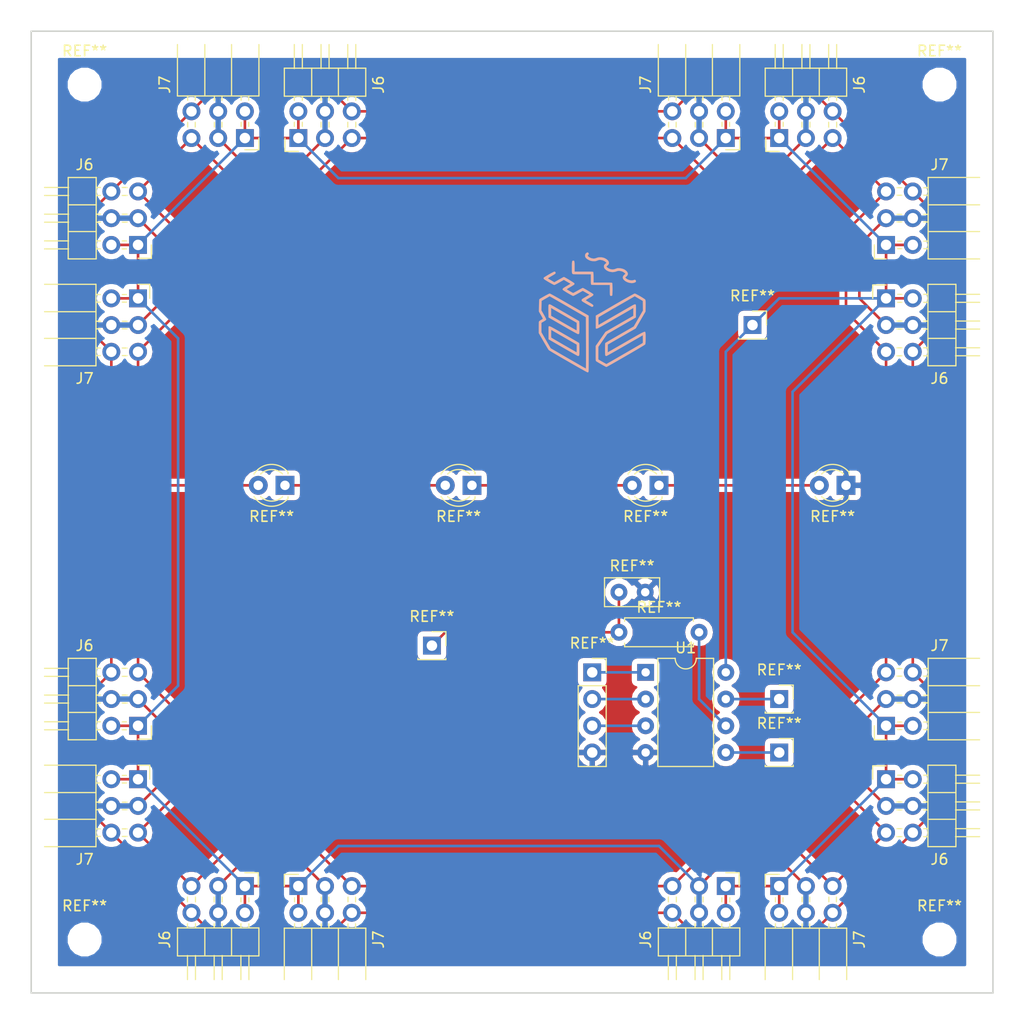
<source format=kicad_pcb>
(kicad_pcb (version 20171130) (host pcbnew "(5.0.2)-1")
  (layers (0 F.Cu signal) (31 B.Cu signal) (34 B.Paste user) (35 F.Paste user) (36 B.SilkS user) (37 F.SilkS user) (38 B.Mask user) (39 F.Mask user) (44 Edge.Cuts user))
  (net 0 "")
  (net 1 "Net-(U1-Pad1)")
  (net 2 "Net-(U1-Pad5)")
  (net 3 "Net-(U1-Pad2)")
  (net 4 "Net-(U1-Pad6)")
  (net 5 "Net-(U1-Pad3)")
  (net 6 "Net-(U1-Pad7)")
  (net 7 GND)
  (net 8 "Net-(U1-Pad8)")
  (module sb-lib:PinHeader_2x03_P2.54mm_Horizontal-overedge (layer F.Cu) (at 157.48 76.2)
    (fp_text reference J6 (at 5.08 7.62) (layer F.SilkS))
    (fp_text value Conn_02x03_Odd_Even)
    (pad 6 thru_hole oval (at 2.54 5.08) (size 1.7 1.7) (drill 1) (layers *.Cu *.Mask))
    (pad 5 thru_hole oval (at 0 5.08) (size 1.7 1.7) (drill 1) (layers *.Cu *.Mask))
    (pad 4 thru_hole oval (at 2.54 2.54) (size 1.7 1.7) (drill 1) (layers *.Cu *.Mask) (net 7 GND))
    (pad 3 thru_hole oval (at 0 2.54) (size 1.7 1.7) (drill 1) (layers *.Cu *.Mask) (net 7 GND))
    (pad 2 thru_hole oval (at 2.54 0) (size 1.7 1.7) (drill 1) (layers *.Cu *.Mask))
    (pad 1 thru_hole rect (at 0 0) (size 1.7 1.7) (drill 1) (layers *.Cu *.Mask))
  )
  (module sb-lib:PinSocket_2x03_P2.54mm_Horizontal-overedge (layer F.Cu) (at 157.48 71.12 180)
    (fp_text reference J7 (at -5.08 7.62 180) (layer F.SilkS))
    (fp_text value Conn_02x03_Odd_Even)
    (pad 1 thru_hole rect (at 0 0 180) (size 1.7 1.7) (drill 1) (layers *.Cu *.Mask))
    (pad 2 thru_hole oval (at -2.54 0 180) (size 1.7 1.7) (drill 1) (layers *.Cu *.Mask))
    (pad 3 thru_hole oval (at 0 2.54 180) (size 1.7 1.7) (drill 1) (layers *.Cu *.Mask) (net 7 GND))
    (pad 4 thru_hole oval (at -2.54 2.54 180) (size 1.7 1.7) (drill 1) (layers *.Cu *.Mask) (net 7 GND))
    (pad 5 thru_hole oval (at 0 5.08 180) (size 1.7 1.7) (drill 1) (layers *.Cu *.Mask))
    (pad 6 thru_hole oval (at -2.54 5.08 180) (size 1.7 1.7) (drill 1) (layers *.Cu *.Mask))
  )
  (module sb-lib:PinSocket_2x03_P2.54mm_Horizontal-overedge (layer F.Cu) (at 142.24 60.96 270)
    (fp_text reference J7 (at -5.08 7.62 270) (layer F.SilkS))
    (fp_text value Conn_02x03_Odd_Even)
    (pad 1 thru_hole rect (at 0 0 270) (size 1.7 1.7) (drill 1) (layers *.Cu *.Mask))
    (pad 2 thru_hole oval (at -2.54 0 270) (size 1.7 1.7) (drill 1) (layers *.Cu *.Mask))
    (pad 3 thru_hole oval (at 0 2.54 270) (size 1.7 1.7) (drill 1) (layers *.Cu *.Mask) (net 7 GND))
    (pad 4 thru_hole oval (at -2.54 2.54 270) (size 1.7 1.7) (drill 1) (layers *.Cu *.Mask) (net 7 GND))
    (pad 5 thru_hole oval (at 0 5.08 270) (size 1.7 1.7) (drill 1) (layers *.Cu *.Mask))
    (pad 6 thru_hole oval (at -2.54 5.08 270) (size 1.7 1.7) (drill 1) (layers *.Cu *.Mask))
  )
  (module sb-lib:PinHeader_2x03_P2.54mm_Horizontal-overedge (layer F.Cu) (at 147.32 60.96 90)
    (fp_text reference J6 (at 5.08 7.62 90) (layer F.SilkS))
    (fp_text value Conn_02x03_Odd_Even)
    (pad 6 thru_hole oval (at 2.54 5.08 90) (size 1.7 1.7) (drill 1) (layers *.Cu *.Mask))
    (pad 5 thru_hole oval (at 0 5.08 90) (size 1.7 1.7) (drill 1) (layers *.Cu *.Mask))
    (pad 4 thru_hole oval (at 2.54 2.54 90) (size 1.7 1.7) (drill 1) (layers *.Cu *.Mask) (net 7 GND))
    (pad 3 thru_hole oval (at 0 2.54 90) (size 1.7 1.7) (drill 1) (layers *.Cu *.Mask) (net 7 GND))
    (pad 2 thru_hole oval (at 2.54 0 90) (size 1.7 1.7) (drill 1) (layers *.Cu *.Mask))
    (pad 1 thru_hole rect (at 0 0 90) (size 1.7 1.7) (drill 1) (layers *.Cu *.Mask))
  )
  (module sb-lib:PinHeader_2x03_P2.54mm_Horizontal-overedge (layer F.Cu) (at 86.36 71.12 180)
    (fp_text reference J6 (at 5.08 7.62 180) (layer F.SilkS))
    (fp_text value Conn_02x03_Odd_Even)
    (pad 6 thru_hole oval (at 2.54 5.08 180) (size 1.7 1.7) (drill 1) (layers *.Cu *.Mask))
    (pad 5 thru_hole oval (at 0 5.08 180) (size 1.7 1.7) (drill 1) (layers *.Cu *.Mask))
    (pad 4 thru_hole oval (at 2.54 2.54 180) (size 1.7 1.7) (drill 1) (layers *.Cu *.Mask) (net 7 GND))
    (pad 3 thru_hole oval (at 0 2.54 180) (size 1.7 1.7) (drill 1) (layers *.Cu *.Mask) (net 7 GND))
    (pad 2 thru_hole oval (at 2.54 0 180) (size 1.7 1.7) (drill 1) (layers *.Cu *.Mask))
    (pad 1 thru_hole rect (at 0 0 180) (size 1.7 1.7) (drill 1) (layers *.Cu *.Mask))
  )
  (module sb-lib:PinSocket_2x03_P2.54mm_Horizontal-overedge (layer F.Cu) (at 86.36 76.2)
    (fp_text reference J7 (at -5.08 7.62) (layer F.SilkS))
    (fp_text value Conn_02x03_Odd_Even)
    (pad 1 thru_hole rect (at 0 0) (size 1.7 1.7) (drill 1) (layers *.Cu *.Mask))
    (pad 2 thru_hole oval (at -2.54 0) (size 1.7 1.7) (drill 1) (layers *.Cu *.Mask))
    (pad 3 thru_hole oval (at 0 2.54) (size 1.7 1.7) (drill 1) (layers *.Cu *.Mask) (net 7 GND))
    (pad 4 thru_hole oval (at -2.54 2.54) (size 1.7 1.7) (drill 1) (layers *.Cu *.Mask) (net 7 GND))
    (pad 5 thru_hole oval (at 0 5.08) (size 1.7 1.7) (drill 1) (layers *.Cu *.Mask))
    (pad 6 thru_hole oval (at -2.54 5.08) (size 1.7 1.7) (drill 1) (layers *.Cu *.Mask))
  )
  (module sb-lib:PinSocket_2x03_P2.54mm_Horizontal-overedge (layer F.Cu) (at 96.52 60.96 270)
    (fp_text reference J7 (at -5.08 7.62 270) (layer F.SilkS))
    (fp_text value Conn_02x03_Odd_Even)
    (pad 1 thru_hole rect (at 0 0 270) (size 1.7 1.7) (drill 1) (layers *.Cu *.Mask))
    (pad 2 thru_hole oval (at -2.54 0 270) (size 1.7 1.7) (drill 1) (layers *.Cu *.Mask))
    (pad 3 thru_hole oval (at 0 2.54 270) (size 1.7 1.7) (drill 1) (layers *.Cu *.Mask) (net 7 GND))
    (pad 4 thru_hole oval (at -2.54 2.54 270) (size 1.7 1.7) (drill 1) (layers *.Cu *.Mask) (net 7 GND))
    (pad 5 thru_hole oval (at 0 5.08 270) (size 1.7 1.7) (drill 1) (layers *.Cu *.Mask))
    (pad 6 thru_hole oval (at -2.54 5.08 270) (size 1.7 1.7) (drill 1) (layers *.Cu *.Mask))
  )
  (module sb-lib:PinHeader_2x03_P2.54mm_Horizontal-overedge (layer F.Cu) (at 101.6 60.96 90)
    (fp_text reference J6 (at 5.08 7.62 90) (layer F.SilkS))
    (fp_text value Conn_02x03_Odd_Even)
    (pad 6 thru_hole oval (at 2.54 5.08 90) (size 1.7 1.7) (drill 1) (layers *.Cu *.Mask))
    (pad 5 thru_hole oval (at 0 5.08 90) (size 1.7 1.7) (drill 1) (layers *.Cu *.Mask))
    (pad 4 thru_hole oval (at 2.54 2.54 90) (size 1.7 1.7) (drill 1) (layers *.Cu *.Mask) (net 7 GND))
    (pad 3 thru_hole oval (at 0 2.54 90) (size 1.7 1.7) (drill 1) (layers *.Cu *.Mask) (net 7 GND))
    (pad 2 thru_hole oval (at 2.54 0 90) (size 1.7 1.7) (drill 1) (layers *.Cu *.Mask))
    (pad 1 thru_hole rect (at 0 0 90) (size 1.7 1.7) (drill 1) (layers *.Cu *.Mask))
  )
  (module sb-lib:PinHeader_2x03_P2.54mm_Horizontal-overedge (layer F.Cu) (at 157.48 121.92)
    (fp_text reference J6 (at 5.08 7.62) (layer F.SilkS))
    (fp_text value Conn_02x03_Odd_Even)
    (pad 6 thru_hole oval (at 2.54 5.08) (size 1.7 1.7) (drill 1) (layers *.Cu *.Mask))
    (pad 5 thru_hole oval (at 0 5.08) (size 1.7 1.7) (drill 1) (layers *.Cu *.Mask))
    (pad 4 thru_hole oval (at 2.54 2.54) (size 1.7 1.7) (drill 1) (layers *.Cu *.Mask) (net 7 GND))
    (pad 3 thru_hole oval (at 0 2.54) (size 1.7 1.7) (drill 1) (layers *.Cu *.Mask) (net 7 GND))
    (pad 2 thru_hole oval (at 2.54 0) (size 1.7 1.7) (drill 1) (layers *.Cu *.Mask))
    (pad 1 thru_hole rect (at 0 0) (size 1.7 1.7) (drill 1) (layers *.Cu *.Mask))
  )
  (module sb-lib:PinSocket_2x03_P2.54mm_Horizontal-overedge (layer F.Cu) (at 157.48 116.84 180)
    (fp_text reference J7 (at -5.08 7.62 180) (layer F.SilkS))
    (fp_text value Conn_02x03_Odd_Even)
    (pad 1 thru_hole rect (at 0 0 180) (size 1.7 1.7) (drill 1) (layers *.Cu *.Mask))
    (pad 2 thru_hole oval (at -2.54 0 180) (size 1.7 1.7) (drill 1) (layers *.Cu *.Mask))
    (pad 3 thru_hole oval (at 0 2.54 180) (size 1.7 1.7) (drill 1) (layers *.Cu *.Mask) (net 7 GND))
    (pad 4 thru_hole oval (at -2.54 2.54 180) (size 1.7 1.7) (drill 1) (layers *.Cu *.Mask) (net 7 GND))
    (pad 5 thru_hole oval (at 0 5.08 180) (size 1.7 1.7) (drill 1) (layers *.Cu *.Mask))
    (pad 6 thru_hole oval (at -2.54 5.08 180) (size 1.7 1.7) (drill 1) (layers *.Cu *.Mask))
  )
  (module sb-lib:PinHeader_2x03_P2.54mm_Horizontal-overedge (layer F.Cu) (at 86.36 116.84 180)
    (fp_text reference J6 (at 5.08 7.62 180) (layer F.SilkS))
    (fp_text value Conn_02x03_Odd_Even)
    (pad 6 thru_hole oval (at 2.54 5.08 180) (size 1.7 1.7) (drill 1) (layers *.Cu *.Mask))
    (pad 5 thru_hole oval (at 0 5.08 180) (size 1.7 1.7) (drill 1) (layers *.Cu *.Mask))
    (pad 4 thru_hole oval (at 2.54 2.54 180) (size 1.7 1.7) (drill 1) (layers *.Cu *.Mask) (net 7 GND))
    (pad 3 thru_hole oval (at 0 2.54 180) (size 1.7 1.7) (drill 1) (layers *.Cu *.Mask) (net 7 GND))
    (pad 2 thru_hole oval (at 2.54 0 180) (size 1.7 1.7) (drill 1) (layers *.Cu *.Mask))
    (pad 1 thru_hole rect (at 0 0 180) (size 1.7 1.7) (drill 1) (layers *.Cu *.Mask))
  )
  (module sb-lib:PinSocket_2x03_P2.54mm_Horizontal-overedge (layer F.Cu) (at 86.36 121.92)
    (fp_text reference J7 (at -5.08 7.62) (layer F.SilkS))
    (fp_text value Conn_02x03_Odd_Even)
    (pad 1 thru_hole rect (at 0 0) (size 1.7 1.7) (drill 1) (layers *.Cu *.Mask))
    (pad 2 thru_hole oval (at -2.54 0) (size 1.7 1.7) (drill 1) (layers *.Cu *.Mask))
    (pad 3 thru_hole oval (at 0 2.54) (size 1.7 1.7) (drill 1) (layers *.Cu *.Mask) (net 7 GND))
    (pad 4 thru_hole oval (at -2.54 2.54) (size 1.7 1.7) (drill 1) (layers *.Cu *.Mask) (net 7 GND))
    (pad 5 thru_hole oval (at 0 5.08) (size 1.7 1.7) (drill 1) (layers *.Cu *.Mask))
    (pad 6 thru_hole oval (at -2.54 5.08) (size 1.7 1.7) (drill 1) (layers *.Cu *.Mask))
  )
  (module sb-lib:PinSocket_2x03_P2.54mm_Horizontal-overedge (layer F.Cu) (at 101.6 132.08 90)
    (fp_text reference J7 (at -5.08 7.62 90) (layer F.SilkS))
    (fp_text value Conn_02x03_Odd_Even)
    (pad 1 thru_hole rect (at 0 0 90) (size 1.7 1.7) (drill 1) (layers *.Cu *.Mask))
    (pad 2 thru_hole oval (at -2.54 0 90) (size 1.7 1.7) (drill 1) (layers *.Cu *.Mask))
    (pad 3 thru_hole oval (at 0 2.54 90) (size 1.7 1.7) (drill 1) (layers *.Cu *.Mask) (net 7 GND))
    (pad 4 thru_hole oval (at -2.54 2.54 90) (size 1.7 1.7) (drill 1) (layers *.Cu *.Mask) (net 7 GND))
    (pad 5 thru_hole oval (at 0 5.08 90) (size 1.7 1.7) (drill 1) (layers *.Cu *.Mask))
    (pad 6 thru_hole oval (at -2.54 5.08 90) (size 1.7 1.7) (drill 1) (layers *.Cu *.Mask))
  )
  (module sb-lib:PinHeader_2x03_P2.54mm_Horizontal-overedge (layer F.Cu) (at 96.52 132.08 270)
    (fp_text reference J6 (at 5.08 7.62 270) (layer F.SilkS))
    (fp_text value Conn_02x03_Odd_Even)
    (pad 6 thru_hole oval (at 2.54 5.08 270) (size 1.7 1.7) (drill 1) (layers *.Cu *.Mask))
    (pad 5 thru_hole oval (at 0 5.08 270) (size 1.7 1.7) (drill 1) (layers *.Cu *.Mask))
    (pad 4 thru_hole oval (at 2.54 2.54 270) (size 1.7 1.7) (drill 1) (layers *.Cu *.Mask) (net 7 GND))
    (pad 3 thru_hole oval (at 0 2.54 270) (size 1.7 1.7) (drill 1) (layers *.Cu *.Mask) (net 7 GND))
    (pad 2 thru_hole oval (at 2.54 0 270) (size 1.7 1.7) (drill 1) (layers *.Cu *.Mask))
    (pad 1 thru_hole rect (at 0 0 270) (size 1.7 1.7) (drill 1) (layers *.Cu *.Mask))
  )
  (module sb-lib:PinHeader_2x03_P2.54mm_Horizontal-overedge (layer F.Cu) (at 142.24 132.08 270)
    (fp_text reference J6 (at 5.08 7.62 270) (layer F.SilkS))
    (fp_text value Conn_02x03_Odd_Even)
    (pad 6 thru_hole oval (at 2.54 5.08 270) (size 1.7 1.7) (drill 1) (layers *.Cu *.Mask))
    (pad 5 thru_hole oval (at 0 5.08 270) (size 1.7 1.7) (drill 1) (layers *.Cu *.Mask))
    (pad 4 thru_hole oval (at 2.54 2.54 270) (size 1.7 1.7) (drill 1) (layers *.Cu *.Mask) (net 7 GND))
    (pad 3 thru_hole oval (at 0 2.54 270) (size 1.7 1.7) (drill 1) (layers *.Cu *.Mask) (net 7 GND))
    (pad 2 thru_hole oval (at 2.54 0 270) (size 1.7 1.7) (drill 1) (layers *.Cu *.Mask))
    (pad 1 thru_hole rect (at 0 0 270) (size 1.7 1.7) (drill 1) (layers *.Cu *.Mask))
  )
  (module sb-lib:PinSocket_2x03_P2.54mm_Horizontal-overedge (layer F.Cu) (at 147.32 132.08 90)
    (fp_text reference J7 (at -5.08 7.62 90) (layer F.SilkS))
    (fp_text value Conn_02x03_Odd_Even)
    (pad 1 thru_hole rect (at 0 0 90) (size 1.7 1.7) (drill 1) (layers *.Cu *.Mask))
    (pad 2 thru_hole oval (at -2.54 0 90) (size 1.7 1.7) (drill 1) (layers *.Cu *.Mask))
    (pad 3 thru_hole oval (at 0 2.54 90) (size 1.7 1.7) (drill 1) (layers *.Cu *.Mask) (net 7 GND))
    (pad 4 thru_hole oval (at -2.54 2.54 90) (size 1.7 1.7) (drill 1) (layers *.Cu *.Mask) (net 7 GND))
    (pad 5 thru_hole oval (at 0 5.08 90) (size 1.7 1.7) (drill 1) (layers *.Cu *.Mask))
    (pad 6 thru_hole oval (at -2.54 5.08 90) (size 1.7 1.7) (drill 1) (layers *.Cu *.Mask))
  )
  (module LED_THT:LED_D3.0mm (layer F.Cu) (at 153.67 93.98 180)
    (fp_text reference REF** (at 1.27 -2.96 180) (layer F.SilkS))
    (fp_text value LED_D3.0mm)
    (pad 2 thru_hole circle (at 2.54 0 180) (size 1.8 1.8) (drill 0.9) (layers *.Cu *.Mask))
    (pad 1 thru_hole rect (at 0 0 180) (size 1.8 1.8) (drill 0.9) (layers *.Cu *.Mask) (net 7 GND))
  )
  (module Connector_PinSocket_2.54mm:PinSocket_1x01_P2.54mm_Vertical (layer F.Cu) (at 144.78 78.74)
    (fp_text reference REF** (at 0 -2.77) (layer F.SilkS))
    (fp_text value PinSocket_1x01_P2.54mm_Vertical)
    (pad 1 thru_hole rect (at 0 0) (size 1.7 1.7) (drill 1) (layers *.Cu *.Mask))
  )
  (module Connector_PinSocket_2.54mm:PinSocket_1x04_P2.54mm_Vertical (layer F.Cu) (at 129.54 111.76)
    (fp_text reference REF** (at 0 -2.77) (layer F.SilkS))
    (fp_text value PinSocket_1x04_P2.54mm_Vertical)
    (pad 4 thru_hole oval (at 0 7.62) (size 1.7 1.7) (drill 1) (layers *.Cu *.Mask) (net 7 GND))
    (pad 3 thru_hole oval (at 0 5.08) (size 1.7 1.7) (drill 1) (layers *.Cu *.Mask))
    (pad 2 thru_hole oval (at 0 2.54) (size 1.7 1.7) (drill 1) (layers *.Cu *.Mask))
    (pad 1 thru_hole rect (at 0 0) (size 1.7 1.7) (drill 1) (layers *.Cu *.Mask))
  )
  (module Connector_PinSocket_2.54mm:PinSocket_1x01_P2.54mm_Vertical (layer F.Cu) (at 147.32 114.3)
    (fp_text reference REF** (at 0 -2.77) (layer F.SilkS))
    (fp_text value PinSocket_1x01_P2.54mm_Vertical)
    (pad 1 thru_hole rect (at 0 0) (size 1.7 1.7) (drill 1) (layers *.Cu *.Mask))
  )
  (module Connector_PinSocket_2.54mm:PinSocket_1x01_P2.54mm_Vertical (layer F.Cu) (at 147.32 119.38)
    (fp_text reference REF** (at 0 -2.77) (layer F.SilkS))
    (fp_text value PinSocket_1x01_P2.54mm_Vertical)
    (pad 1 thru_hole rect (at 0 0) (size 1.7 1.7) (drill 1) (layers *.Cu *.Mask))
  )
  (module Resistor_THT:R_Axial_DIN0207_L6.3mm_D2.5mm_P7.62mm_Horizontal (layer F.Cu) (at 132.08 107.95)
    (fp_text reference REF** (at 3.81 -2.37) (layer F.SilkS))
    (fp_text value R_Axial_DIN0207_L6.3mm_D2.5mm_P7.62mm_Horizontal)
    (pad 2 thru_hole oval (at 7.62 0) (size 1.6 1.6) (drill 0.8) (layers *.Cu *.Mask))
    (pad 1 thru_hole circle (at 0 0) (size 1.6 1.6) (drill 0.8) (layers *.Cu *.Mask))
  )
  (module Capacitor_THT:C_Disc_D5.0mm_W2.5mm_P2.50mm (layer F.Cu) (at 132.08 104.14)
    (fp_text reference REF** (at 1.25 -2.5) (layer F.SilkS))
    (fp_text value C_Disc_D5.0mm_W2.5mm_P2.50mm)
    (pad 2 thru_hole circle (at 2.5 0) (size 1.6 1.6) (drill 0.8) (layers *.Cu *.Mask) (net 7 GND))
    (pad 1 thru_hole circle (at 0 0) (size 1.6 1.6) (drill 0.8) (layers *.Cu *.Mask))
  )
  (module Connector_PinSocket_2.54mm:PinSocket_1x01_P2.54mm_Vertical (layer F.Cu) (at 114.3 109.22)
    (fp_text reference REF** (at 0 -2.77) (layer F.SilkS))
    (fp_text value PinSocket_1x01_P2.54mm_Vertical)
    (pad 1 thru_hole rect (at 0 0) (size 1.7 1.7) (drill 1) (layers *.Cu *.Mask))
  )
  (module LED_THT:LED_D3.0mm (layer F.Cu) (at 135.89 93.98 180)
    (fp_text reference REF** (at 1.27 -2.96 180) (layer F.SilkS))
    (fp_text value LED_D3.0mm)
    (pad 2 thru_hole circle (at 2.54 0 180) (size 1.8 1.8) (drill 0.9) (layers *.Cu *.Mask))
    (pad 1 thru_hole rect (at 0 0 180) (size 1.8 1.8) (drill 0.9) (layers *.Cu *.Mask))
  )
  (module LED_THT:LED_D3.0mm (layer F.Cu) (at 118.11 93.98 180)
    (fp_text reference REF** (at 1.27 -2.96 180) (layer F.SilkS))
    (fp_text value LED_D3.0mm)
    (pad 2 thru_hole circle (at 2.54 0 180) (size 1.8 1.8) (drill 0.9) (layers *.Cu *.Mask))
    (pad 1 thru_hole rect (at 0 0 180) (size 1.8 1.8) (drill 0.9) (layers *.Cu *.Mask))
  )
  (module LED_THT:LED_D3.0mm (layer F.Cu) (at 100.33 93.98 180)
    (fp_text reference REF** (at 1.27 -2.96 180) (layer F.SilkS))
    (fp_text value LED_D3.0mm)
    (pad 2 thru_hole circle (at 2.54 0 180) (size 1.8 1.8) (drill 0.9) (layers *.Cu *.Mask))
    (pad 1 thru_hole rect (at 0 0 180) (size 1.8 1.8) (drill 0.9) (layers *.Cu *.Mask))
  )
  (module Package_DIP:DIP-8_W7.62mm (layer F.Cu) (at 134.62 111.76)
    (fp_text reference U1 (at 3.81 -2.33) (layer F.SilkS))
    (fp_text value ATtiny85-20PU)
    (pad 1 thru_hole rect (at 0 0) (size 1.6 1.6) (drill 0.8) (layers *.Cu *.Mask) (net 1 "Net-(U1-Pad1)"))
    (pad 5 thru_hole oval (at 7.62 7.62) (size 1.6 1.6) (drill 0.8) (layers *.Cu *.Mask) (net 2 "Net-(U1-Pad5)"))
    (pad 2 thru_hole oval (at 0 2.54) (size 1.6 1.6) (drill 0.8) (layers *.Cu *.Mask) (net 3 "Net-(U1-Pad2)"))
    (pad 6 thru_hole oval (at 7.62 5.08) (size 1.6 1.6) (drill 0.8) (layers *.Cu *.Mask) (net 4 "Net-(U1-Pad6)"))
    (pad 3 thru_hole oval (at 0 5.08) (size 1.6 1.6) (drill 0.8) (layers *.Cu *.Mask) (net 5 "Net-(U1-Pad3)"))
    (pad 7 thru_hole oval (at 7.62 2.54) (size 1.6 1.6) (drill 0.8) (layers *.Cu *.Mask) (net 6 "Net-(U1-Pad7)"))
    (pad 4 thru_hole oval (at 0 7.62) (size 1.6 1.6) (drill 0.8) (layers *.Cu *.Mask) (net 7 GND))
    (pad 8 thru_hole oval (at 7.62 0) (size 1.6 1.6) (drill 0.8) (layers *.Cu *.Mask) (net 8 "Net-(U1-Pad8)"))
  )
  (module logo:synthbloks-logo-pcb-soldermask (layer B.Cu) (at 129.54 77.47 180)
    (fp_text reference G*** hide)
    (fp_text value LOGO hide)
  )
  (module logo:synthbloks-logo-pcb-silkscreen (layer B.Cu) (at 129.54 77.47 180)
    (fp_text reference G*** hide)
    (fp_text value LOGO hide)
  )
  (module MountingHole:MountingHole_2.2mm_M2 (layer F.Cu) (at 162.56 55.88)
    (fp_text reference REF** (at 0 -3.2) (layer F.SilkS))
    (fp_text value MountingHole_2.2mm_M2)
    (pad 1 np_thru_hole circle (at 0 0) (size 2.2 2.2) (drill 2.2) (layers *.Cu *.Mask))
  )
  (module MountingHole:MountingHole_2.2mm_M2 (layer F.Cu) (at 81.28 55.88)
    (fp_text reference REF** (at 0 -3.2) (layer F.SilkS))
    (fp_text value MountingHole_2.2mm_M2)
    (pad 1 np_thru_hole circle (at 0 0) (size 2.2 2.2) (drill 2.2) (layers *.Cu *.Mask))
  )
  (module MountingHole:MountingHole_2.2mm_M2 (layer F.Cu) (at 81.28 137.16)
    (fp_text reference REF** (at 0 -3.2) (layer F.SilkS))
    (fp_text value MountingHole_2.2mm_M2)
    (pad 1 np_thru_hole circle (at 0 0) (size 2.2 2.2) (drill 2.2) (layers *.Cu *.Mask))
  )
  (module MountingHole:MountingHole_2.2mm_M2 (layer F.Cu) (at 162.56 137.16)
    (fp_text reference REF** (at 0 -3.2) (layer F.SilkS))
    (fp_text value MountingHole_2.2mm_M2)
    (pad 1 np_thru_hole circle (at 0 0) (size 2.2 2.2) (drill 2.2) (layers *.Cu *.Mask))
  )
  (gr_line (start 76.2 142.24) (end 76.2 50.8) (layer Edge.Cuts) (width 0.15))
  (gr_line (start 167.64 142.24) (end 76.2 142.24) (layer Edge.Cuts) (width 0.15))
  (gr_line (start 167.64 50.8) (end 167.64 142.24) (layer Edge.Cuts) (width 0.15))
  (gr_line (start 76.2 50.8) (end 167.64 50.8) (layer Edge.Cuts) (width 0.15))
  (segment (start 157.48 81.28) (end 157.48 111.76) (width 0.25) (layer F.Cu) (net 0))
  (segment (start 160.02 81.28) (end 160.02 111.76) (width 0.25) (layer F.Cu) (net 0))
  (segment (start 137.16 132.08) (end 106.68 132.08) (width 0.25) (layer F.Cu) (net 0))
  (segment (start 106.68 134.62) (end 137.16 134.62) (width 0.25) (layer F.Cu) (net 0))
  (segment (start 83.82 81.28) (end 83.82 111.76) (width 0.25) (layer F.Cu) (net 0))
  (segment (start 106.68 60.96) (end 137.16 60.96) (width 0.25) (layer F.Cu) (net 0))
  (segment (start 137.16 58.42) (end 106.68 58.42) (width 0.25) (layer F.Cu) (net 0))
  (segment (start 152.4 60.96) (end 157.48 66.04) (width 0.25) (layer F.Cu) (net 0))
  (segment (start 152.4 58.42) (end 160.02 66.04) (width 0.25) (layer F.Cu) (net 0))
  (segment (start 157.48 127) (end 152.4 132.08) (width 0.25) (layer F.Cu) (net 0))
  (segment (start 152.4 134.62) (end 160.02 127) (width 0.25) (layer F.Cu) (net 0))
  (segment (start 91.44 132.08) (end 86.36 127) (width 0.25) (layer F.Cu) (net 0))
  (segment (start 91.44 134.62) (end 83.82 127) (width 0.25) (layer F.Cu) (net 0))
  (segment (start 86.36 66.04) (end 91.44 60.96) (width 0.25) (layer F.Cu) (net 0))
  (segment (start 91.44 58.42) (end 83.82 66.04) (width 0.25) (layer F.Cu) (net 0))
  (segment (start 101.6 60.96) (end 96.52 60.96) (width 0.25) (layer F.Cu) (net 0))
  (segment (start 93.98 60.96) (end 96.52 63.5) (width 0.25) (layer F.Cu) (net 7))
  (segment (start 96.52 63.5) (end 101.6 63.5) (width 0.25) (layer F.Cu) (net 7))
  (segment (start 101.6 63.5) (end 104.14 60.96) (width 0.25) (layer F.Cu) (net 7))
  (segment (start 142.24 60.96) (end 147.32 60.96) (width 0.25) (layer F.Cu) (net 0))
  (segment (start 139.7 60.96) (end 142.24 63.5) (width 0.25) (layer F.Cu) (net 7))
  (segment (start 142.24 63.5) (end 147.32 63.5) (width 0.25) (layer F.Cu) (net 7))
  (segment (start 147.32 63.5) (end 149.86 60.96) (width 0.25) (layer F.Cu) (net 7))
  (segment (start 157.48 71.12) (end 157.48 76.2) (width 0.25) (layer F.Cu) (net 0))
  (segment (start 157.48 78.74) (end 154.94 76.2) (width 0.25) (layer F.Cu) (net 7))
  (segment (start 154.94 76.2) (end 154.94 71.12) (width 0.25) (layer F.Cu) (net 7))
  (segment (start 154.94 71.12) (end 157.48 68.58) (width 0.25) (layer F.Cu) (net 7))
  (segment (start 157.48 116.84) (end 157.48 121.92) (width 0.25) (layer F.Cu) (net 0))
  (segment (start 157.48 114.3) (end 154.94 116.84) (width 0.25) (layer F.Cu) (net 7))
  (segment (start 154.94 116.84) (end 154.94 121.92) (width 0.25) (layer F.Cu) (net 7))
  (segment (start 154.94 121.92) (end 157.48 124.46) (width 0.25) (layer F.Cu) (net 7))
  (segment (start 147.32 132.08) (end 142.24 132.08) (width 0.25) (layer F.Cu) (net 0))
  (segment (start 139.7 132.08) (end 142.24 129.54) (width 0.25) (layer F.Cu) (net 0))
  (segment (start 142.24 129.54) (end 147.32 129.54) (width 0.25) (layer F.Cu) (net 0))
  (segment (start 147.32 129.54) (end 149.86 132.08) (width 0.25) (layer F.Cu) (net 0))
  (segment (start 101.6 132.08) (end 96.52 132.08) (width 0.25) (layer F.Cu) (net 0))
  (segment (start 93.98 132.08) (end 96.52 129.54) (width 0.25) (layer F.Cu) (net 7))
  (segment (start 96.52 129.54) (end 101.6 129.54) (width 0.25) (layer F.Cu) (net 7))
  (segment (start 101.6 129.54) (end 104.14 132.08) (width 0.25) (layer F.Cu) (net 7))
  (segment (start 86.36 121.92) (end 86.36 116.84) (width 0.25) (layer F.Cu) (net 0))
  (segment (start 86.36 76.2) (end 86.36 71.12) (width 0.25) (layer F.Cu) (net 0))
  (segment (start 86.36 68.58) (end 88.9 71.12) (width 0.25) (layer F.Cu) (net 7))
  (segment (start 88.9 71.12) (end 88.9 76.2) (width 0.25) (layer F.Cu) (net 7))
  (segment (start 88.9 76.2) (end 86.36 78.74) (width 0.25) (layer F.Cu) (net 7))
  (segment (start 90.17 123.19) (end 90.17 115.57) (width 0.25) (layer F.Cu) (net 0))
  (segment (start 86.36 111.76) (end 90.17 115.57) (width 0.25) (layer F.Cu) (net 0))
  (segment (start 90.17 123.19) (end 86.36 127) (width 0.25) (layer F.Cu) (net 0))
  (segment (start 86.36 114.3) (end 88.9 116.84) (width 0.25) (layer F.Cu) (net 7))
  (segment (start 88.9 121.92) (end 86.36 124.46) (width 0.25) (layer F.Cu) (net 7))
  (segment (start 88.9 116.84) (end 88.9 121.92) (width 0.25) (layer F.Cu) (net 7))
  (segment (start 91.44 132.08) (end 95.25 128.27) (width 0.25) (layer F.Cu) (net 0))
  (segment (start 95.25 128.27) (end 102.87 128.27) (width 0.25) (layer F.Cu) (net 0))
  (segment (start 102.87 128.27) (end 106.68 132.08) (width 0.25) (layer F.Cu) (net 0))
  (segment (start 152.4 132.08) (end 148.59 128.27) (width 0.25) (layer F.Cu) (net 0))
  (segment (start 148.59 128.27) (end 140.97 128.27) (width 0.25) (layer F.Cu) (net 0))
  (segment (start 140.97 128.27) (end 137.16 132.08) (width 0.25) (layer F.Cu) (net 0))
  (segment (start 157.48 111.76) (end 153.67 115.57) (width 0.25) (layer F.Cu) (net 0))
  (segment (start 153.67 115.57) (end 153.67 123.19) (width 0.25) (layer F.Cu) (net 0))
  (segment (start 153.67 123.19) (end 157.48 127) (width 0.25) (layer F.Cu) (net 0))
  (segment (start 86.36 66.04) (end 90.17 69.85) (width 0.25) (layer F.Cu) (net 0))
  (segment (start 90.17 69.85) (end 90.17 77.47) (width 0.25) (layer F.Cu) (net 0))
  (segment (start 90.17 77.47) (end 86.36 81.28) (width 0.25) (layer F.Cu) (net 0))
  (segment (start 91.44 60.96) (end 95.25 64.77) (width 0.25) (layer F.Cu) (net 0))
  (segment (start 95.25 64.77) (end 102.87 64.77) (width 0.25) (layer F.Cu) (net 0))
  (segment (start 102.87 64.77) (end 106.68 60.96) (width 0.25) (layer F.Cu) (net 0))
  (segment (start 137.16 60.96) (end 140.97 64.77) (width 0.25) (layer F.Cu) (net 0))
  (segment (start 140.97 64.77) (end 148.59 64.77) (width 0.25) (layer F.Cu) (net 0))
  (segment (start 148.59 64.77) (end 152.4 60.96) (width 0.25) (layer F.Cu) (net 0))
  (segment (start 157.48 66.04) (end 153.67 69.85) (width 0.25) (layer F.Cu) (net 0))
  (segment (start 153.67 69.85) (end 153.67 77.47) (width 0.25) (layer F.Cu) (net 0))
  (segment (start 153.67 77.47) (end 157.48 81.28) (width 0.25) (layer F.Cu) (net 0))
  (segment (start 93.98 60.96) (end 93.98 58.42) (width 0.25) (layer F.Cu) (net 7))
  (segment (start 96.52 60.96) (end 96.52 58.42) (width 0.25) (layer F.Cu) (net 0))
  (segment (start 101.6 60.96) (end 101.6 58.42) (width 0.25) (layer F.Cu) (net 0))
  (segment (start 104.14 60.96) (end 104.14 58.42) (width 0.25) (layer F.Cu) (net 7))
  (segment (start 139.7 60.96) (end 139.7 58.42) (width 0.25) (layer F.Cu) (net 7))
  (segment (start 142.24 60.96) (end 142.24 58.42) (width 0.25) (layer F.Cu) (net 0))
  (segment (start 147.32 60.96) (end 147.32 58.42) (width 0.25) (layer F.Cu) (net 0))
  (segment (start 149.86 60.96) (end 149.86 58.42) (width 0.25) (layer F.Cu) (net 7))
  (segment (start 157.48 68.58) (end 160.02 68.58) (width 0.25) (layer F.Cu) (net 7))
  (segment (start 157.48 71.12) (end 160.02 71.12) (width 0.25) (layer F.Cu) (net 0))
  (segment (start 157.48 76.2) (end 160.02 76.2) (width 0.25) (layer F.Cu) (net 0))
  (segment (start 157.48 78.74) (end 160.02 78.74) (width 0.25) (layer F.Cu) (net 7))
  (segment (start 157.48 114.3) (end 160.02 114.3) (width 0.25) (layer F.Cu) (net 7))
  (segment (start 157.48 116.84) (end 160.02 116.84) (width 0.25) (layer F.Cu) (net 0))
  (segment (start 157.48 121.92) (end 160.02 121.92) (width 0.25) (layer F.Cu) (net 0))
  (segment (start 157.48 124.46) (end 160.02 124.46) (width 0.25) (layer F.Cu) (net 7))
  (segment (start 149.86 132.08) (end 149.86 134.62) (width 0.25) (layer F.Cu) (net 0))
  (segment (start 147.32 132.08) (end 147.32 134.62) (width 0.25) (layer F.Cu) (net 0))
  (segment (start 142.24 132.08) (end 142.24 134.62) (width 0.25) (layer F.Cu) (net 0))
  (segment (start 139.7 132.08) (end 139.7 134.62) (width 0.25) (layer F.Cu) (net 0))
  (segment (start 104.14 132.08) (end 104.14 134.62) (width 0.25) (layer F.Cu) (net 7))
  (segment (start 101.6 132.08) (end 101.6 134.62) (width 0.25) (layer F.Cu) (net 0))
  (segment (start 96.52 132.08) (end 96.52 134.62) (width 0.25) (layer F.Cu) (net 0))
  (segment (start 93.98 132.08) (end 93.98 134.62) (width 0.25) (layer F.Cu) (net 7))
  (segment (start 86.36 124.46) (end 83.82 124.46) (width 0.25) (layer F.Cu) (net 7))
  (segment (start 86.36 121.92) (end 83.82 121.92) (width 0.25) (layer F.Cu) (net 0))
  (segment (start 86.36 116.84) (end 83.82 116.84) (width 0.25) (layer F.Cu) (net 0))
  (segment (start 86.36 114.3) (end 83.82 114.3) (width 0.25) (layer F.Cu) (net 7))
  (segment (start 86.36 78.74) (end 83.82 78.74) (width 0.25) (layer F.Cu) (net 7))
  (segment (start 86.36 76.2) (end 83.82 76.2) (width 0.25) (layer F.Cu) (net 0))
  (segment (start 86.36 71.12) (end 83.82 71.12) (width 0.25) (layer F.Cu) (net 0))
  (segment (start 86.36 68.58) (end 83.82 68.58) (width 0.25) (layer F.Cu) (net 7))
  (segment (start 83.82 66.04) (end 81.28 68.58) (width 0.25) (layer F.Cu) (net 0))
  (segment (start 81.28 68.58) (end 81.28 78.74) (width 0.25) (layer F.Cu) (net 0))
  (segment (start 81.28 78.74) (end 83.82 81.28) (width 0.25) (layer F.Cu) (net 0))
  (segment (start 83.82 111.76) (end 81.28 114.3) (width 0.25) (layer F.Cu) (net 0))
  (segment (start 81.28 114.3) (end 81.28 124.46) (width 0.25) (layer F.Cu) (net 0))
  (segment (start 81.28 124.46) (end 83.82 127) (width 0.25) (layer F.Cu) (net 0))
  (segment (start 91.44 134.62) (end 93.98 137.16) (width 0.25) (layer F.Cu) (net 0))
  (segment (start 93.98 137.16) (end 104.14 137.16) (width 0.25) (layer F.Cu) (net 0))
  (segment (start 104.14 137.16) (end 106.68 134.62) (width 0.25) (layer F.Cu) (net 0))
  (segment (start 137.16 134.62) (end 139.7 137.16) (width 0.25) (layer F.Cu) (net 0))
  (segment (start 139.7 137.16) (end 149.86 137.16) (width 0.25) (layer F.Cu) (net 0))
  (segment (start 149.86 137.16) (end 152.4 134.62) (width 0.25) (layer F.Cu) (net 0))
  (segment (start 160.02 127) (end 162.56 124.46) (width 0.25) (layer F.Cu) (net 0))
  (segment (start 162.56 124.46) (end 162.56 114.3) (width 0.25) (layer F.Cu) (net 0))
  (segment (start 162.56 114.3) (end 160.02 111.76) (width 0.25) (layer F.Cu) (net 0))
  (segment (start 160.02 81.28) (end 162.56 78.74) (width 0.25) (layer F.Cu) (net 0))
  (segment (start 162.56 78.74) (end 162.56 68.58) (width 0.25) (layer F.Cu) (net 0))
  (segment (start 162.56 68.58) (end 160.02 66.04) (width 0.25) (layer F.Cu) (net 0))
  (segment (start 152.4 58.42) (end 149.86 55.88) (width 0.25) (layer F.Cu) (net 0))
  (segment (start 149.86 55.88) (end 139.7 55.88) (width 0.25) (layer F.Cu) (net 0))
  (segment (start 139.7 55.88) (end 137.16 58.42) (width 0.25) (layer F.Cu) (net 0))
  (segment (start 106.68 58.42) (end 104.14 55.88) (width 0.25) (layer F.Cu) (net 0))
  (segment (start 104.14 55.88) (end 93.98 55.88) (width 0.25) (layer F.Cu) (net 0))
  (segment (start 93.98 55.88) (end 91.44 58.42) (width 0.25) (layer F.Cu) (net 0))
  (segment (start 86.36 71.12) (end 96.52 60.96) (width 0.25) (layer B.Cu) (net 0))
  (segment (start 101.6 60.96) (end 105.41 64.77) (width 0.25) (layer B.Cu) (net 0))
  (segment (start 105.41 64.77) (end 138.43 64.77) (width 0.25) (layer B.Cu) (net 0))
  (segment (start 138.43 64.77) (end 142.24 60.96) (width 0.25) (layer B.Cu) (net 0))
  (segment (start 147.32 60.96) (end 157.48 71.12) (width 0.25) (layer B.Cu) (net 0))
  (segment (start 157.48 121.92) (end 147.32 132.08) (width 0.25) (layer B.Cu) (net 0))
  (segment (start 86.36 121.92) (end 96.52 132.08) (width 0.25) (layer B.Cu) (net 0))
  (segment (start 139.7 132.08) (end 135.89 128.27) (width 0.25) (layer B.Cu) (net 0))
  (segment (start 135.89 128.27) (end 105.41 128.27) (width 0.25) (layer B.Cu) (net 0))
  (segment (start 105.41 128.27) (end 101.6 132.08) (width 0.25) (layer B.Cu) (net 0))
  (segment (start 86.36 76.2) (end 90.17 80.01) (width 0.25) (layer B.Cu) (net 0))
  (segment (start 90.17 80.01) (end 90.17 113.03) (width 0.25) (layer B.Cu) (net 0))
  (segment (start 90.17 113.03) (end 86.36 116.84) (width 0.25) (layer B.Cu) (net 0))
  (segment (start 153.67 113.03) (end 157.48 116.84) (width 0.25) (layer B.Cu) (net 0))
  (segment (start 152.4 111.76) (end 153.67 113.03) (width 0.25) (layer B.Cu) (net 0))
  (segment (start 157.48 76.2) (end 152.4 81.28) (width 0.25) (layer B.Cu) (net 0))
  (segment (start 153.67 93.98) (end 154.94 93.98) (width 0.25) (layer B.Cu) (net 7))
  (segment (start 142.24 93.98) (end 142.24 81.28) (width 0.25) (layer B.Cu) (net 0))
  (segment (start 142.24 81.28) (end 147.32 76.2) (width 0.25) (layer B.Cu) (net 0))
  (segment (start 147.32 76.2) (end 157.48 76.2) (width 0.25) (layer B.Cu) (net 0))
  (segment (start 142.24 93.98) (end 142.24 111.76) (width 0.25) (layer B.Cu) (net 0))
  (segment (start 142.24 114.3) (end 147.32 114.3) (width 0.25) (layer B.Cu) (net 0))
  (segment (start 142.24 116.84) (end 139.7 114.3) (width 0.25) (layer B.Cu) (net 0))
  (segment (start 139.7 114.3) (end 139.7 109.22) (width 0.25) (layer B.Cu) (net 0))
  (segment (start 142.24 119.38) (end 147.32 119.38) (width 0.25) (layer B.Cu) (net 0))
  (segment (start 129.54 111.76) (end 134.62 111.76) (width 0.25) (layer B.Cu) (net 0))
  (segment (start 129.54 114.3) (end 134.62 114.3) (width 0.25) (layer B.Cu) (net 0))
  (segment (start 129.54 116.84) (end 134.62 116.84) (width 0.25) (layer B.Cu) (net 0))
  (segment (start 97.79 93.98) (end 86.36 93.98) (width 0.25) (layer F.Cu) (net 0))
  (segment (start 86.36 111.76) (end 86.36 93.98) (width 0.25) (layer F.Cu) (net 0))
  (segment (start 86.36 93.98) (end 86.36 81.28) (width 0.25) (layer F.Cu) (net 0))
  (segment (start 100.33 93.98) (end 115.57 93.98) (width 0.25) (layer F.Cu) (net 0))
  (segment (start 118.11 93.98) (end 133.35 93.98) (width 0.25) (layer F.Cu) (net 0))
  (segment (start 135.89 93.98) (end 151.13 93.98) (width 0.25) (layer F.Cu) (net 0))
  (segment (start 132.08 107.95) (end 132.08 104.14) (width 0.25) (layer F.Cu) (net 0))
  (segment (start 132.08 107.95) (end 115.57 107.95) (width 0.25) (layer F.Cu) (net 0))
  (segment (start 115.57 107.95) (end 114.3 109.22) (width 0.25) (layer F.Cu) (net 0))
  (segment (start 139.7 109.22) (end 139.7 107.95) (width 0.25) (layer B.Cu) (net 0))
  (segment (start 152.4 81.28) (end 149.86 83.82) (width 0.25) (layer B.Cu) (net 0))
  (segment (start 149.86 83.82) (end 148.59 85.09) (width 0.25) (layer B.Cu) (net 0))
  (segment (start 148.59 85.09) (end 148.59 107.95) (width 0.25) (layer B.Cu) (net 0))
  (segment (start 148.59 107.95) (end 152.4 111.76) (width 0.25) (layer B.Cu) (net 0))
  (zone (net 7) (net_name GND) (layer B.Cu) (connect_pads (clearance 0.508)) (min_thickness 0.254) (fill yes (arc_segments 16) (thermal_gap 0.508) (thermal_bridge_width 0.508))
    (polygon (pts (xy 165.1 53.34) (xy 165.1 139.7) (xy 78.74 139.7) (xy 78.74 53.34)))
  )
  (zone (net 7) (net_name GND) (layer F.Cu) (connect_pads (clearance 0.508)) (min_thickness 0.254) (fill yes (arc_segments 16) (thermal_gap 0.508) (thermal_bridge_width 0.508))
    (polygon (pts (xy 140.97 128.27) (xy 148.59 128.27) (xy 152.4 132.08) (xy 157.48 127) (xy 153.67 123.19) (xy 153.67 115.57) (xy 157.48 111.76) (xy 157.48 81.28) (xy 153.67 77.47) (xy 153.67 69.85) (xy 157.48 66.04) (xy 152.4 60.96) (xy 148.59 64.77) (xy 140.97 64.77) (xy 137.16 60.96) (xy 106.68 60.96) (xy 102.87 64.77) (xy 95.25 64.77) (xy 91.44 60.96) (xy 86.36 66.04) (xy 90.17 69.85) (xy 90.17 77.47) (xy 86.36 81.28) (xy 86.36 111.76) (xy 90.17 115.57) (xy 90.17 123.19) (xy 86.36 127) (xy 91.44 132.08) (xy 95.25 128.27) (xy 102.87 128.27) (xy 106.68 132.08) (xy 137.16 132.08)))
  )
)
</source>
